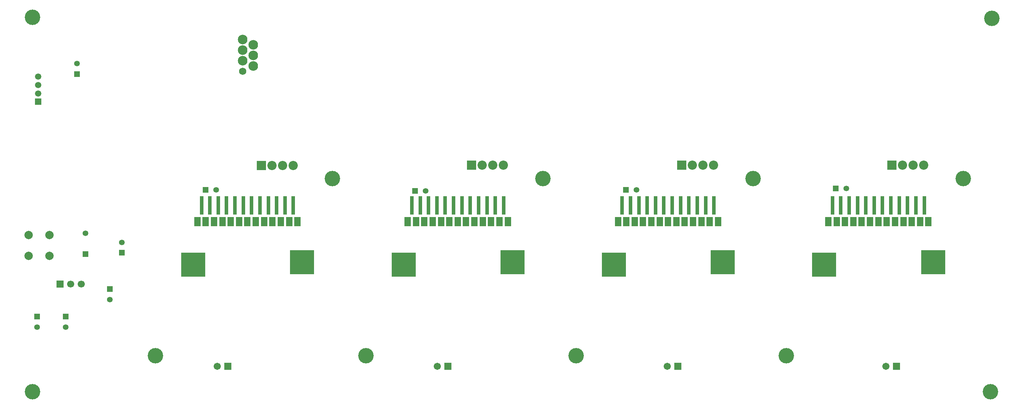
<source format=gbs>
G04*
G04 #@! TF.GenerationSoftware,Altium Limited,Altium Designer,22.1.2 (22)*
G04*
G04 Layer_Color=16711935*
%FSLAX44Y44*%
%MOMM*%
G71*
G04*
G04 #@! TF.SameCoordinates,E8DC7784-5412-4491-ADA6-3D39AB0E1C33*
G04*
G04*
G04 #@! TF.FilePolarity,Negative*
G04*
G01*
G75*
%ADD68C,2.0000*%
%ADD69C,1.3532*%
%ADD70R,1.3532X1.3532*%
%ADD71C,1.7032*%
%ADD72R,1.7032X1.7032*%
%ADD73R,1.3532X1.3532*%
%ADD74R,1.7000X1.7000*%
%ADD75C,1.7000*%
%ADD76C,1.7272*%
%ADD77C,2.3032*%
%ADD78C,1.5032*%
%ADD79R,1.5032X1.5032*%
%ADD80C,3.7032*%
%ADD81R,5.7192X5.7192*%
%ADD82R,1.6032X2.2032*%
%ADD83C,2.2032*%
%ADD84R,2.2032X2.2032*%
%ADD125R,0.8382X4.4032*%
D68*
X23690Y357670D02*
D03*
Y407670D02*
D03*
X73690Y357670D02*
D03*
Y407670D02*
D03*
D69*
X1983770Y519430D02*
D03*
X1480850Y515620D02*
D03*
X473310D02*
D03*
X44450Y186690D02*
D03*
X113030D02*
D03*
X160050Y411480D02*
D03*
X247680Y389890D02*
D03*
X218440Y252730D02*
D03*
X975360Y513080D02*
D03*
X139700Y818750D02*
D03*
D70*
X1958770Y519430D02*
D03*
X1455850Y515620D02*
D03*
X448310D02*
D03*
X950360Y513080D02*
D03*
D71*
X476280Y92710D02*
D03*
X2079020D02*
D03*
X1554510D02*
D03*
X1003330D02*
D03*
D72*
X501680D02*
D03*
X2104420D02*
D03*
X1579910D02*
D03*
X1028730D02*
D03*
D73*
X44450Y211690D02*
D03*
X113030D02*
D03*
X160050Y361480D02*
D03*
X247680Y364890D02*
D03*
X218440Y277730D02*
D03*
X139700Y793750D02*
D03*
D74*
X99060Y289560D02*
D03*
D75*
X124460D02*
D03*
X149860D02*
D03*
D76*
X537210Y800500D02*
D03*
D77*
X562610Y863600D02*
D03*
Y838200D02*
D03*
X537210Y876300D02*
D03*
Y850900D02*
D03*
Y825500D02*
D03*
X562610Y812800D02*
D03*
D78*
X46990Y787080D02*
D03*
Y767080D02*
D03*
Y747080D02*
D03*
D79*
Y727080D02*
D03*
D80*
X2329180Y31750D02*
D03*
X33020D02*
D03*
Y929640D02*
D03*
X2332990Y927100D02*
D03*
X752158Y542386D02*
D03*
X327894Y118122D02*
D03*
X1256258Y542386D02*
D03*
X831993Y118122D02*
D03*
X1760357Y542386D02*
D03*
X1336093Y118122D02*
D03*
X2264456Y542386D02*
D03*
X1840192Y118122D02*
D03*
D81*
X418592Y336420D02*
D03*
X679450Y341960D02*
D03*
X922691Y336420D02*
D03*
X1183549Y341960D02*
D03*
X1426791Y336420D02*
D03*
X1687649Y341960D02*
D03*
X1930890Y336420D02*
D03*
X2191748Y341960D02*
D03*
D82*
X428292Y439420D02*
D03*
X448292D02*
D03*
X468292D02*
D03*
X488292D02*
D03*
X508292D02*
D03*
X528292D02*
D03*
X548292D02*
D03*
X568292D02*
D03*
X588292D02*
D03*
X608292D02*
D03*
X628292D02*
D03*
X648292D02*
D03*
X668292D02*
D03*
X932391D02*
D03*
X952391D02*
D03*
X972391D02*
D03*
X992391D02*
D03*
X1012391D02*
D03*
X1032391D02*
D03*
X1052391D02*
D03*
X1072391D02*
D03*
X1092391D02*
D03*
X1112391D02*
D03*
X1132391D02*
D03*
X1152391D02*
D03*
X1172391D02*
D03*
X1436491D02*
D03*
X1456491D02*
D03*
X1476491D02*
D03*
X1496491D02*
D03*
X1516491D02*
D03*
X1536491D02*
D03*
X1556491D02*
D03*
X1576491D02*
D03*
X1596491D02*
D03*
X1616491D02*
D03*
X1636491D02*
D03*
X1656491D02*
D03*
X1676491D02*
D03*
X1940590D02*
D03*
X1960590D02*
D03*
X1980590D02*
D03*
X2000590D02*
D03*
X2020590D02*
D03*
X2040590D02*
D03*
X2060590D02*
D03*
X2080590D02*
D03*
X2100590D02*
D03*
X2120590D02*
D03*
X2140590D02*
D03*
X2160590D02*
D03*
X2180590D02*
D03*
D83*
X2169670Y574520D02*
D03*
X2144270D02*
D03*
X2118870D02*
D03*
X607060Y574040D02*
D03*
X632460D02*
D03*
X657860D02*
D03*
X1110671Y574520D02*
D03*
X1136071D02*
D03*
X1161471D02*
D03*
X1614771D02*
D03*
X1640171D02*
D03*
X1665571D02*
D03*
D84*
X2093470D02*
D03*
X581660Y574040D02*
D03*
X1085271Y574520D02*
D03*
X1589371D02*
D03*
D125*
X438292Y478420D02*
D03*
X458292D02*
D03*
X478292D02*
D03*
X498292D02*
D03*
X518292D02*
D03*
X538292D02*
D03*
X558292D02*
D03*
X578292D02*
D03*
X598292D02*
D03*
X618292D02*
D03*
X638292D02*
D03*
X658292D02*
D03*
X942391D02*
D03*
X962391D02*
D03*
X982391D02*
D03*
X1002391D02*
D03*
X1022391D02*
D03*
X1042391D02*
D03*
X1062391D02*
D03*
X1082391D02*
D03*
X1102391D02*
D03*
X1122391D02*
D03*
X1142391D02*
D03*
X1162391D02*
D03*
X1446491D02*
D03*
X1466491D02*
D03*
X1486491D02*
D03*
X1506491D02*
D03*
X1526491D02*
D03*
X1546491D02*
D03*
X1566491D02*
D03*
X1586491D02*
D03*
X1606491D02*
D03*
X1626491D02*
D03*
X1646491D02*
D03*
X1666491D02*
D03*
X1950590D02*
D03*
X1970590D02*
D03*
X1990590D02*
D03*
X2010590D02*
D03*
X2030590D02*
D03*
X2050590D02*
D03*
X2070590D02*
D03*
X2090590D02*
D03*
X2110590D02*
D03*
X2130590D02*
D03*
X2150590D02*
D03*
X2170590D02*
D03*
M02*

</source>
